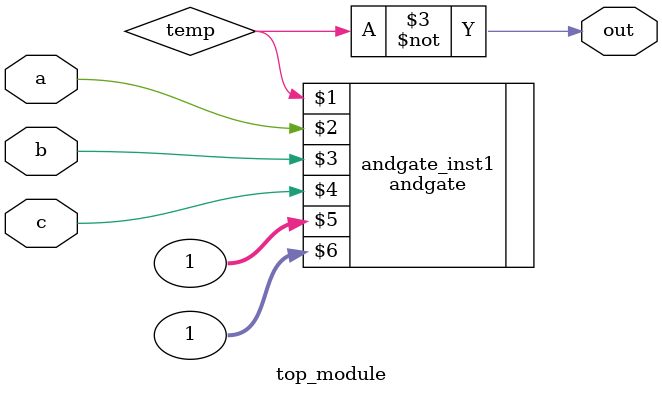
<source format=v>
module top_module (
    input  a,
    input  b,
    input  c,
    output out
);

    // NAND 与非门
    wire temp; 
    andgate andgate_inst1(temp, a, b, c, 1, 1);

    assign out = ~temp;


endmodule

</source>
